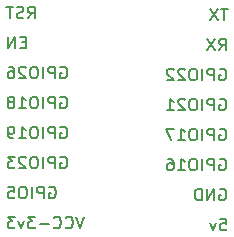
<source format=gbo>
%TF.GenerationSoftware,KiCad,Pcbnew,7.0.7*%
%TF.CreationDate,2023-10-31T08:07:36-06:00*%
%TF.ProjectId,RatGDO-OpenSource-D1Mini-ESP32,52617447-444f-42d4-9f70-656e536f7572,rev?*%
%TF.SameCoordinates,Original*%
%TF.FileFunction,Legend,Bot*%
%TF.FilePolarity,Positive*%
%FSLAX46Y46*%
G04 Gerber Fmt 4.6, Leading zero omitted, Abs format (unit mm)*
G04 Created by KiCad (PCBNEW 7.0.7) date 2023-10-31 08:07:36*
%MOMM*%
%LPD*%
G01*
G04 APERTURE LIST*
%ADD10C,0.150000*%
G04 APERTURE END LIST*
D10*
X149777123Y-75773032D02*
X149872361Y-75725413D01*
X149872361Y-75725413D02*
X150015218Y-75725413D01*
X150015218Y-75725413D02*
X150158075Y-75773032D01*
X150158075Y-75773032D02*
X150253313Y-75868270D01*
X150253313Y-75868270D02*
X150300932Y-75963508D01*
X150300932Y-75963508D02*
X150348551Y-76153984D01*
X150348551Y-76153984D02*
X150348551Y-76296841D01*
X150348551Y-76296841D02*
X150300932Y-76487317D01*
X150300932Y-76487317D02*
X150253313Y-76582555D01*
X150253313Y-76582555D02*
X150158075Y-76677794D01*
X150158075Y-76677794D02*
X150015218Y-76725413D01*
X150015218Y-76725413D02*
X149919980Y-76725413D01*
X149919980Y-76725413D02*
X149777123Y-76677794D01*
X149777123Y-76677794D02*
X149729504Y-76630174D01*
X149729504Y-76630174D02*
X149729504Y-76296841D01*
X149729504Y-76296841D02*
X149919980Y-76296841D01*
X149300932Y-76725413D02*
X149300932Y-75725413D01*
X149300932Y-75725413D02*
X148919980Y-75725413D01*
X148919980Y-75725413D02*
X148824742Y-75773032D01*
X148824742Y-75773032D02*
X148777123Y-75820651D01*
X148777123Y-75820651D02*
X148729504Y-75915889D01*
X148729504Y-75915889D02*
X148729504Y-76058746D01*
X148729504Y-76058746D02*
X148777123Y-76153984D01*
X148777123Y-76153984D02*
X148824742Y-76201603D01*
X148824742Y-76201603D02*
X148919980Y-76249222D01*
X148919980Y-76249222D02*
X149300932Y-76249222D01*
X148300932Y-76725413D02*
X148300932Y-75725413D01*
X147634266Y-75725413D02*
X147443790Y-75725413D01*
X147443790Y-75725413D02*
X147348552Y-75773032D01*
X147348552Y-75773032D02*
X147253314Y-75868270D01*
X147253314Y-75868270D02*
X147205695Y-76058746D01*
X147205695Y-76058746D02*
X147205695Y-76392079D01*
X147205695Y-76392079D02*
X147253314Y-76582555D01*
X147253314Y-76582555D02*
X147348552Y-76677794D01*
X147348552Y-76677794D02*
X147443790Y-76725413D01*
X147443790Y-76725413D02*
X147634266Y-76725413D01*
X147634266Y-76725413D02*
X147729504Y-76677794D01*
X147729504Y-76677794D02*
X147824742Y-76582555D01*
X147824742Y-76582555D02*
X147872361Y-76392079D01*
X147872361Y-76392079D02*
X147872361Y-76058746D01*
X147872361Y-76058746D02*
X147824742Y-75868270D01*
X147824742Y-75868270D02*
X147729504Y-75773032D01*
X147729504Y-75773032D02*
X147634266Y-75725413D01*
X146253314Y-76725413D02*
X146824742Y-76725413D01*
X146539028Y-76725413D02*
X146539028Y-75725413D01*
X146539028Y-75725413D02*
X146634266Y-75868270D01*
X146634266Y-75868270D02*
X146729504Y-75963508D01*
X146729504Y-75963508D02*
X146824742Y-76011127D01*
X145919980Y-75725413D02*
X145253314Y-75725413D01*
X145253314Y-75725413D02*
X145681885Y-76725413D01*
X133537507Y-66395116D02*
X133870840Y-65918925D01*
X134108935Y-66395116D02*
X134108935Y-65395116D01*
X134108935Y-65395116D02*
X133727983Y-65395116D01*
X133727983Y-65395116D02*
X133632745Y-65442735D01*
X133632745Y-65442735D02*
X133585126Y-65490354D01*
X133585126Y-65490354D02*
X133537507Y-65585592D01*
X133537507Y-65585592D02*
X133537507Y-65728449D01*
X133537507Y-65728449D02*
X133585126Y-65823687D01*
X133585126Y-65823687D02*
X133632745Y-65871306D01*
X133632745Y-65871306D02*
X133727983Y-65918925D01*
X133727983Y-65918925D02*
X134108935Y-65918925D01*
X133156554Y-66347497D02*
X133013697Y-66395116D01*
X133013697Y-66395116D02*
X132775602Y-66395116D01*
X132775602Y-66395116D02*
X132680364Y-66347497D01*
X132680364Y-66347497D02*
X132632745Y-66299877D01*
X132632745Y-66299877D02*
X132585126Y-66204639D01*
X132585126Y-66204639D02*
X132585126Y-66109401D01*
X132585126Y-66109401D02*
X132632745Y-66014163D01*
X132632745Y-66014163D02*
X132680364Y-65966544D01*
X132680364Y-65966544D02*
X132775602Y-65918925D01*
X132775602Y-65918925D02*
X132966078Y-65871306D01*
X132966078Y-65871306D02*
X133061316Y-65823687D01*
X133061316Y-65823687D02*
X133108935Y-65776068D01*
X133108935Y-65776068D02*
X133156554Y-65680830D01*
X133156554Y-65680830D02*
X133156554Y-65585592D01*
X133156554Y-65585592D02*
X133108935Y-65490354D01*
X133108935Y-65490354D02*
X133061316Y-65442735D01*
X133061316Y-65442735D02*
X132966078Y-65395116D01*
X132966078Y-65395116D02*
X132727983Y-65395116D01*
X132727983Y-65395116D02*
X132585126Y-65442735D01*
X132299411Y-65395116D02*
X131727983Y-65395116D01*
X132013697Y-66395116D02*
X132013697Y-65395116D01*
X149777123Y-70693032D02*
X149872361Y-70645413D01*
X149872361Y-70645413D02*
X150015218Y-70645413D01*
X150015218Y-70645413D02*
X150158075Y-70693032D01*
X150158075Y-70693032D02*
X150253313Y-70788270D01*
X150253313Y-70788270D02*
X150300932Y-70883508D01*
X150300932Y-70883508D02*
X150348551Y-71073984D01*
X150348551Y-71073984D02*
X150348551Y-71216841D01*
X150348551Y-71216841D02*
X150300932Y-71407317D01*
X150300932Y-71407317D02*
X150253313Y-71502555D01*
X150253313Y-71502555D02*
X150158075Y-71597794D01*
X150158075Y-71597794D02*
X150015218Y-71645413D01*
X150015218Y-71645413D02*
X149919980Y-71645413D01*
X149919980Y-71645413D02*
X149777123Y-71597794D01*
X149777123Y-71597794D02*
X149729504Y-71550174D01*
X149729504Y-71550174D02*
X149729504Y-71216841D01*
X149729504Y-71216841D02*
X149919980Y-71216841D01*
X149300932Y-71645413D02*
X149300932Y-70645413D01*
X149300932Y-70645413D02*
X148919980Y-70645413D01*
X148919980Y-70645413D02*
X148824742Y-70693032D01*
X148824742Y-70693032D02*
X148777123Y-70740651D01*
X148777123Y-70740651D02*
X148729504Y-70835889D01*
X148729504Y-70835889D02*
X148729504Y-70978746D01*
X148729504Y-70978746D02*
X148777123Y-71073984D01*
X148777123Y-71073984D02*
X148824742Y-71121603D01*
X148824742Y-71121603D02*
X148919980Y-71169222D01*
X148919980Y-71169222D02*
X149300932Y-71169222D01*
X148300932Y-71645413D02*
X148300932Y-70645413D01*
X147634266Y-70645413D02*
X147443790Y-70645413D01*
X147443790Y-70645413D02*
X147348552Y-70693032D01*
X147348552Y-70693032D02*
X147253314Y-70788270D01*
X147253314Y-70788270D02*
X147205695Y-70978746D01*
X147205695Y-70978746D02*
X147205695Y-71312079D01*
X147205695Y-71312079D02*
X147253314Y-71502555D01*
X147253314Y-71502555D02*
X147348552Y-71597794D01*
X147348552Y-71597794D02*
X147443790Y-71645413D01*
X147443790Y-71645413D02*
X147634266Y-71645413D01*
X147634266Y-71645413D02*
X147729504Y-71597794D01*
X147729504Y-71597794D02*
X147824742Y-71502555D01*
X147824742Y-71502555D02*
X147872361Y-71312079D01*
X147872361Y-71312079D02*
X147872361Y-70978746D01*
X147872361Y-70978746D02*
X147824742Y-70788270D01*
X147824742Y-70788270D02*
X147729504Y-70693032D01*
X147729504Y-70693032D02*
X147634266Y-70645413D01*
X146824742Y-70740651D02*
X146777123Y-70693032D01*
X146777123Y-70693032D02*
X146681885Y-70645413D01*
X146681885Y-70645413D02*
X146443790Y-70645413D01*
X146443790Y-70645413D02*
X146348552Y-70693032D01*
X146348552Y-70693032D02*
X146300933Y-70740651D01*
X146300933Y-70740651D02*
X146253314Y-70835889D01*
X146253314Y-70835889D02*
X146253314Y-70931127D01*
X146253314Y-70931127D02*
X146300933Y-71073984D01*
X146300933Y-71073984D02*
X146872361Y-71645413D01*
X146872361Y-71645413D02*
X146253314Y-71645413D01*
X145872361Y-70740651D02*
X145824742Y-70693032D01*
X145824742Y-70693032D02*
X145729504Y-70645413D01*
X145729504Y-70645413D02*
X145491409Y-70645413D01*
X145491409Y-70645413D02*
X145396171Y-70693032D01*
X145396171Y-70693032D02*
X145348552Y-70740651D01*
X145348552Y-70740651D02*
X145300933Y-70835889D01*
X145300933Y-70835889D02*
X145300933Y-70931127D01*
X145300933Y-70931127D02*
X145348552Y-71073984D01*
X145348552Y-71073984D02*
X145919980Y-71645413D01*
X145919980Y-71645413D02*
X145300933Y-71645413D01*
X149729504Y-69105413D02*
X150062837Y-68629222D01*
X150300932Y-69105413D02*
X150300932Y-68105413D01*
X150300932Y-68105413D02*
X149919980Y-68105413D01*
X149919980Y-68105413D02*
X149824742Y-68153032D01*
X149824742Y-68153032D02*
X149777123Y-68200651D01*
X149777123Y-68200651D02*
X149729504Y-68295889D01*
X149729504Y-68295889D02*
X149729504Y-68438746D01*
X149729504Y-68438746D02*
X149777123Y-68533984D01*
X149777123Y-68533984D02*
X149824742Y-68581603D01*
X149824742Y-68581603D02*
X149919980Y-68629222D01*
X149919980Y-68629222D02*
X150300932Y-68629222D01*
X149396170Y-68105413D02*
X148729504Y-69105413D01*
X148729504Y-68105413D02*
X149396170Y-69105413D01*
X149777123Y-78313032D02*
X149872361Y-78265413D01*
X149872361Y-78265413D02*
X150015218Y-78265413D01*
X150015218Y-78265413D02*
X150158075Y-78313032D01*
X150158075Y-78313032D02*
X150253313Y-78408270D01*
X150253313Y-78408270D02*
X150300932Y-78503508D01*
X150300932Y-78503508D02*
X150348551Y-78693984D01*
X150348551Y-78693984D02*
X150348551Y-78836841D01*
X150348551Y-78836841D02*
X150300932Y-79027317D01*
X150300932Y-79027317D02*
X150253313Y-79122555D01*
X150253313Y-79122555D02*
X150158075Y-79217794D01*
X150158075Y-79217794D02*
X150015218Y-79265413D01*
X150015218Y-79265413D02*
X149919980Y-79265413D01*
X149919980Y-79265413D02*
X149777123Y-79217794D01*
X149777123Y-79217794D02*
X149729504Y-79170174D01*
X149729504Y-79170174D02*
X149729504Y-78836841D01*
X149729504Y-78836841D02*
X149919980Y-78836841D01*
X149300932Y-79265413D02*
X149300932Y-78265413D01*
X149300932Y-78265413D02*
X148919980Y-78265413D01*
X148919980Y-78265413D02*
X148824742Y-78313032D01*
X148824742Y-78313032D02*
X148777123Y-78360651D01*
X148777123Y-78360651D02*
X148729504Y-78455889D01*
X148729504Y-78455889D02*
X148729504Y-78598746D01*
X148729504Y-78598746D02*
X148777123Y-78693984D01*
X148777123Y-78693984D02*
X148824742Y-78741603D01*
X148824742Y-78741603D02*
X148919980Y-78789222D01*
X148919980Y-78789222D02*
X149300932Y-78789222D01*
X148300932Y-79265413D02*
X148300932Y-78265413D01*
X147634266Y-78265413D02*
X147443790Y-78265413D01*
X147443790Y-78265413D02*
X147348552Y-78313032D01*
X147348552Y-78313032D02*
X147253314Y-78408270D01*
X147253314Y-78408270D02*
X147205695Y-78598746D01*
X147205695Y-78598746D02*
X147205695Y-78932079D01*
X147205695Y-78932079D02*
X147253314Y-79122555D01*
X147253314Y-79122555D02*
X147348552Y-79217794D01*
X147348552Y-79217794D02*
X147443790Y-79265413D01*
X147443790Y-79265413D02*
X147634266Y-79265413D01*
X147634266Y-79265413D02*
X147729504Y-79217794D01*
X147729504Y-79217794D02*
X147824742Y-79122555D01*
X147824742Y-79122555D02*
X147872361Y-78932079D01*
X147872361Y-78932079D02*
X147872361Y-78598746D01*
X147872361Y-78598746D02*
X147824742Y-78408270D01*
X147824742Y-78408270D02*
X147729504Y-78313032D01*
X147729504Y-78313032D02*
X147634266Y-78265413D01*
X146253314Y-79265413D02*
X146824742Y-79265413D01*
X146539028Y-79265413D02*
X146539028Y-78265413D01*
X146539028Y-78265413D02*
X146634266Y-78408270D01*
X146634266Y-78408270D02*
X146729504Y-78503508D01*
X146729504Y-78503508D02*
X146824742Y-78551127D01*
X145396171Y-78265413D02*
X145586647Y-78265413D01*
X145586647Y-78265413D02*
X145681885Y-78313032D01*
X145681885Y-78313032D02*
X145729504Y-78360651D01*
X145729504Y-78360651D02*
X145824742Y-78503508D01*
X145824742Y-78503508D02*
X145872361Y-78693984D01*
X145872361Y-78693984D02*
X145872361Y-79074936D01*
X145872361Y-79074936D02*
X145824742Y-79170174D01*
X145824742Y-79170174D02*
X145777123Y-79217794D01*
X145777123Y-79217794D02*
X145681885Y-79265413D01*
X145681885Y-79265413D02*
X145491409Y-79265413D01*
X145491409Y-79265413D02*
X145396171Y-79217794D01*
X145396171Y-79217794D02*
X145348552Y-79170174D01*
X145348552Y-79170174D02*
X145300933Y-79074936D01*
X145300933Y-79074936D02*
X145300933Y-78836841D01*
X145300933Y-78836841D02*
X145348552Y-78741603D01*
X145348552Y-78741603D02*
X145396171Y-78693984D01*
X145396171Y-78693984D02*
X145491409Y-78646365D01*
X145491409Y-78646365D02*
X145681885Y-78646365D01*
X145681885Y-78646365D02*
X145777123Y-78693984D01*
X145777123Y-78693984D02*
X145824742Y-78741603D01*
X145824742Y-78741603D02*
X145872361Y-78836841D01*
X136299411Y-78142735D02*
X136394649Y-78095116D01*
X136394649Y-78095116D02*
X136537506Y-78095116D01*
X136537506Y-78095116D02*
X136680363Y-78142735D01*
X136680363Y-78142735D02*
X136775601Y-78237973D01*
X136775601Y-78237973D02*
X136823220Y-78333211D01*
X136823220Y-78333211D02*
X136870839Y-78523687D01*
X136870839Y-78523687D02*
X136870839Y-78666544D01*
X136870839Y-78666544D02*
X136823220Y-78857020D01*
X136823220Y-78857020D02*
X136775601Y-78952258D01*
X136775601Y-78952258D02*
X136680363Y-79047497D01*
X136680363Y-79047497D02*
X136537506Y-79095116D01*
X136537506Y-79095116D02*
X136442268Y-79095116D01*
X136442268Y-79095116D02*
X136299411Y-79047497D01*
X136299411Y-79047497D02*
X136251792Y-78999877D01*
X136251792Y-78999877D02*
X136251792Y-78666544D01*
X136251792Y-78666544D02*
X136442268Y-78666544D01*
X135823220Y-79095116D02*
X135823220Y-78095116D01*
X135823220Y-78095116D02*
X135442268Y-78095116D01*
X135442268Y-78095116D02*
X135347030Y-78142735D01*
X135347030Y-78142735D02*
X135299411Y-78190354D01*
X135299411Y-78190354D02*
X135251792Y-78285592D01*
X135251792Y-78285592D02*
X135251792Y-78428449D01*
X135251792Y-78428449D02*
X135299411Y-78523687D01*
X135299411Y-78523687D02*
X135347030Y-78571306D01*
X135347030Y-78571306D02*
X135442268Y-78618925D01*
X135442268Y-78618925D02*
X135823220Y-78618925D01*
X134823220Y-79095116D02*
X134823220Y-78095116D01*
X134156554Y-78095116D02*
X133966078Y-78095116D01*
X133966078Y-78095116D02*
X133870840Y-78142735D01*
X133870840Y-78142735D02*
X133775602Y-78237973D01*
X133775602Y-78237973D02*
X133727983Y-78428449D01*
X133727983Y-78428449D02*
X133727983Y-78761782D01*
X133727983Y-78761782D02*
X133775602Y-78952258D01*
X133775602Y-78952258D02*
X133870840Y-79047497D01*
X133870840Y-79047497D02*
X133966078Y-79095116D01*
X133966078Y-79095116D02*
X134156554Y-79095116D01*
X134156554Y-79095116D02*
X134251792Y-79047497D01*
X134251792Y-79047497D02*
X134347030Y-78952258D01*
X134347030Y-78952258D02*
X134394649Y-78761782D01*
X134394649Y-78761782D02*
X134394649Y-78428449D01*
X134394649Y-78428449D02*
X134347030Y-78237973D01*
X134347030Y-78237973D02*
X134251792Y-78142735D01*
X134251792Y-78142735D02*
X134156554Y-78095116D01*
X133347030Y-78190354D02*
X133299411Y-78142735D01*
X133299411Y-78142735D02*
X133204173Y-78095116D01*
X133204173Y-78095116D02*
X132966078Y-78095116D01*
X132966078Y-78095116D02*
X132870840Y-78142735D01*
X132870840Y-78142735D02*
X132823221Y-78190354D01*
X132823221Y-78190354D02*
X132775602Y-78285592D01*
X132775602Y-78285592D02*
X132775602Y-78380830D01*
X132775602Y-78380830D02*
X132823221Y-78523687D01*
X132823221Y-78523687D02*
X133394649Y-79095116D01*
X133394649Y-79095116D02*
X132775602Y-79095116D01*
X132442268Y-78095116D02*
X131823221Y-78095116D01*
X131823221Y-78095116D02*
X132156554Y-78476068D01*
X132156554Y-78476068D02*
X132013697Y-78476068D01*
X132013697Y-78476068D02*
X131918459Y-78523687D01*
X131918459Y-78523687D02*
X131870840Y-78571306D01*
X131870840Y-78571306D02*
X131823221Y-78666544D01*
X131823221Y-78666544D02*
X131823221Y-78904639D01*
X131823221Y-78904639D02*
X131870840Y-78999877D01*
X131870840Y-78999877D02*
X131918459Y-79047497D01*
X131918459Y-79047497D02*
X132013697Y-79095116D01*
X132013697Y-79095116D02*
X132299411Y-79095116D01*
X132299411Y-79095116D02*
X132394649Y-79047497D01*
X132394649Y-79047497D02*
X132442268Y-78999877D01*
X149824742Y-83345413D02*
X150300932Y-83345413D01*
X150300932Y-83345413D02*
X150348551Y-83821603D01*
X150348551Y-83821603D02*
X150300932Y-83773984D01*
X150300932Y-83773984D02*
X150205694Y-83726365D01*
X150205694Y-83726365D02*
X149967599Y-83726365D01*
X149967599Y-83726365D02*
X149872361Y-83773984D01*
X149872361Y-83773984D02*
X149824742Y-83821603D01*
X149824742Y-83821603D02*
X149777123Y-83916841D01*
X149777123Y-83916841D02*
X149777123Y-84154936D01*
X149777123Y-84154936D02*
X149824742Y-84250174D01*
X149824742Y-84250174D02*
X149872361Y-84297794D01*
X149872361Y-84297794D02*
X149967599Y-84345413D01*
X149967599Y-84345413D02*
X150205694Y-84345413D01*
X150205694Y-84345413D02*
X150300932Y-84297794D01*
X150300932Y-84297794D02*
X150348551Y-84250174D01*
X149443789Y-83678746D02*
X149205694Y-84345413D01*
X149205694Y-84345413D02*
X148967599Y-83678746D01*
X135347030Y-80682735D02*
X135442268Y-80635116D01*
X135442268Y-80635116D02*
X135585125Y-80635116D01*
X135585125Y-80635116D02*
X135727982Y-80682735D01*
X135727982Y-80682735D02*
X135823220Y-80777973D01*
X135823220Y-80777973D02*
X135870839Y-80873211D01*
X135870839Y-80873211D02*
X135918458Y-81063687D01*
X135918458Y-81063687D02*
X135918458Y-81206544D01*
X135918458Y-81206544D02*
X135870839Y-81397020D01*
X135870839Y-81397020D02*
X135823220Y-81492258D01*
X135823220Y-81492258D02*
X135727982Y-81587497D01*
X135727982Y-81587497D02*
X135585125Y-81635116D01*
X135585125Y-81635116D02*
X135489887Y-81635116D01*
X135489887Y-81635116D02*
X135347030Y-81587497D01*
X135347030Y-81587497D02*
X135299411Y-81539877D01*
X135299411Y-81539877D02*
X135299411Y-81206544D01*
X135299411Y-81206544D02*
X135489887Y-81206544D01*
X134870839Y-81635116D02*
X134870839Y-80635116D01*
X134870839Y-80635116D02*
X134489887Y-80635116D01*
X134489887Y-80635116D02*
X134394649Y-80682735D01*
X134394649Y-80682735D02*
X134347030Y-80730354D01*
X134347030Y-80730354D02*
X134299411Y-80825592D01*
X134299411Y-80825592D02*
X134299411Y-80968449D01*
X134299411Y-80968449D02*
X134347030Y-81063687D01*
X134347030Y-81063687D02*
X134394649Y-81111306D01*
X134394649Y-81111306D02*
X134489887Y-81158925D01*
X134489887Y-81158925D02*
X134870839Y-81158925D01*
X133870839Y-81635116D02*
X133870839Y-80635116D01*
X133204173Y-80635116D02*
X133013697Y-80635116D01*
X133013697Y-80635116D02*
X132918459Y-80682735D01*
X132918459Y-80682735D02*
X132823221Y-80777973D01*
X132823221Y-80777973D02*
X132775602Y-80968449D01*
X132775602Y-80968449D02*
X132775602Y-81301782D01*
X132775602Y-81301782D02*
X132823221Y-81492258D01*
X132823221Y-81492258D02*
X132918459Y-81587497D01*
X132918459Y-81587497D02*
X133013697Y-81635116D01*
X133013697Y-81635116D02*
X133204173Y-81635116D01*
X133204173Y-81635116D02*
X133299411Y-81587497D01*
X133299411Y-81587497D02*
X133394649Y-81492258D01*
X133394649Y-81492258D02*
X133442268Y-81301782D01*
X133442268Y-81301782D02*
X133442268Y-80968449D01*
X133442268Y-80968449D02*
X133394649Y-80777973D01*
X133394649Y-80777973D02*
X133299411Y-80682735D01*
X133299411Y-80682735D02*
X133204173Y-80635116D01*
X131870840Y-80635116D02*
X132347030Y-80635116D01*
X132347030Y-80635116D02*
X132394649Y-81111306D01*
X132394649Y-81111306D02*
X132347030Y-81063687D01*
X132347030Y-81063687D02*
X132251792Y-81016068D01*
X132251792Y-81016068D02*
X132013697Y-81016068D01*
X132013697Y-81016068D02*
X131918459Y-81063687D01*
X131918459Y-81063687D02*
X131870840Y-81111306D01*
X131870840Y-81111306D02*
X131823221Y-81206544D01*
X131823221Y-81206544D02*
X131823221Y-81444639D01*
X131823221Y-81444639D02*
X131870840Y-81539877D01*
X131870840Y-81539877D02*
X131918459Y-81587497D01*
X131918459Y-81587497D02*
X132013697Y-81635116D01*
X132013697Y-81635116D02*
X132251792Y-81635116D01*
X132251792Y-81635116D02*
X132347030Y-81587497D01*
X132347030Y-81587497D02*
X132394649Y-81539877D01*
X133347030Y-68411306D02*
X133013697Y-68411306D01*
X132870840Y-68935116D02*
X133347030Y-68935116D01*
X133347030Y-68935116D02*
X133347030Y-67935116D01*
X133347030Y-67935116D02*
X132870840Y-67935116D01*
X132442268Y-68935116D02*
X132442268Y-67935116D01*
X132442268Y-67935116D02*
X131870840Y-68935116D01*
X131870840Y-68935116D02*
X131870840Y-67935116D01*
X136299411Y-75602735D02*
X136394649Y-75555116D01*
X136394649Y-75555116D02*
X136537506Y-75555116D01*
X136537506Y-75555116D02*
X136680363Y-75602735D01*
X136680363Y-75602735D02*
X136775601Y-75697973D01*
X136775601Y-75697973D02*
X136823220Y-75793211D01*
X136823220Y-75793211D02*
X136870839Y-75983687D01*
X136870839Y-75983687D02*
X136870839Y-76126544D01*
X136870839Y-76126544D02*
X136823220Y-76317020D01*
X136823220Y-76317020D02*
X136775601Y-76412258D01*
X136775601Y-76412258D02*
X136680363Y-76507497D01*
X136680363Y-76507497D02*
X136537506Y-76555116D01*
X136537506Y-76555116D02*
X136442268Y-76555116D01*
X136442268Y-76555116D02*
X136299411Y-76507497D01*
X136299411Y-76507497D02*
X136251792Y-76459877D01*
X136251792Y-76459877D02*
X136251792Y-76126544D01*
X136251792Y-76126544D02*
X136442268Y-76126544D01*
X135823220Y-76555116D02*
X135823220Y-75555116D01*
X135823220Y-75555116D02*
X135442268Y-75555116D01*
X135442268Y-75555116D02*
X135347030Y-75602735D01*
X135347030Y-75602735D02*
X135299411Y-75650354D01*
X135299411Y-75650354D02*
X135251792Y-75745592D01*
X135251792Y-75745592D02*
X135251792Y-75888449D01*
X135251792Y-75888449D02*
X135299411Y-75983687D01*
X135299411Y-75983687D02*
X135347030Y-76031306D01*
X135347030Y-76031306D02*
X135442268Y-76078925D01*
X135442268Y-76078925D02*
X135823220Y-76078925D01*
X134823220Y-76555116D02*
X134823220Y-75555116D01*
X134156554Y-75555116D02*
X133966078Y-75555116D01*
X133966078Y-75555116D02*
X133870840Y-75602735D01*
X133870840Y-75602735D02*
X133775602Y-75697973D01*
X133775602Y-75697973D02*
X133727983Y-75888449D01*
X133727983Y-75888449D02*
X133727983Y-76221782D01*
X133727983Y-76221782D02*
X133775602Y-76412258D01*
X133775602Y-76412258D02*
X133870840Y-76507497D01*
X133870840Y-76507497D02*
X133966078Y-76555116D01*
X133966078Y-76555116D02*
X134156554Y-76555116D01*
X134156554Y-76555116D02*
X134251792Y-76507497D01*
X134251792Y-76507497D02*
X134347030Y-76412258D01*
X134347030Y-76412258D02*
X134394649Y-76221782D01*
X134394649Y-76221782D02*
X134394649Y-75888449D01*
X134394649Y-75888449D02*
X134347030Y-75697973D01*
X134347030Y-75697973D02*
X134251792Y-75602735D01*
X134251792Y-75602735D02*
X134156554Y-75555116D01*
X132775602Y-76555116D02*
X133347030Y-76555116D01*
X133061316Y-76555116D02*
X133061316Y-75555116D01*
X133061316Y-75555116D02*
X133156554Y-75697973D01*
X133156554Y-75697973D02*
X133251792Y-75793211D01*
X133251792Y-75793211D02*
X133347030Y-75840830D01*
X132299411Y-76555116D02*
X132108935Y-76555116D01*
X132108935Y-76555116D02*
X132013697Y-76507497D01*
X132013697Y-76507497D02*
X131966078Y-76459877D01*
X131966078Y-76459877D02*
X131870840Y-76317020D01*
X131870840Y-76317020D02*
X131823221Y-76126544D01*
X131823221Y-76126544D02*
X131823221Y-75745592D01*
X131823221Y-75745592D02*
X131870840Y-75650354D01*
X131870840Y-75650354D02*
X131918459Y-75602735D01*
X131918459Y-75602735D02*
X132013697Y-75555116D01*
X132013697Y-75555116D02*
X132204173Y-75555116D01*
X132204173Y-75555116D02*
X132299411Y-75602735D01*
X132299411Y-75602735D02*
X132347030Y-75650354D01*
X132347030Y-75650354D02*
X132394649Y-75745592D01*
X132394649Y-75745592D02*
X132394649Y-75983687D01*
X132394649Y-75983687D02*
X132347030Y-76078925D01*
X132347030Y-76078925D02*
X132299411Y-76126544D01*
X132299411Y-76126544D02*
X132204173Y-76174163D01*
X132204173Y-76174163D02*
X132013697Y-76174163D01*
X132013697Y-76174163D02*
X131918459Y-76126544D01*
X131918459Y-76126544D02*
X131870840Y-76078925D01*
X131870840Y-76078925D02*
X131823221Y-75983687D01*
X150443789Y-65565413D02*
X149872361Y-65565413D01*
X150158075Y-66565413D02*
X150158075Y-65565413D01*
X149634265Y-65565413D02*
X148967599Y-66565413D01*
X148967599Y-65565413D02*
X149634265Y-66565413D01*
X138299411Y-83175116D02*
X137966078Y-84175116D01*
X137966078Y-84175116D02*
X137632745Y-83175116D01*
X136727983Y-84079877D02*
X136775602Y-84127497D01*
X136775602Y-84127497D02*
X136918459Y-84175116D01*
X136918459Y-84175116D02*
X137013697Y-84175116D01*
X137013697Y-84175116D02*
X137156554Y-84127497D01*
X137156554Y-84127497D02*
X137251792Y-84032258D01*
X137251792Y-84032258D02*
X137299411Y-83937020D01*
X137299411Y-83937020D02*
X137347030Y-83746544D01*
X137347030Y-83746544D02*
X137347030Y-83603687D01*
X137347030Y-83603687D02*
X137299411Y-83413211D01*
X137299411Y-83413211D02*
X137251792Y-83317973D01*
X137251792Y-83317973D02*
X137156554Y-83222735D01*
X137156554Y-83222735D02*
X137013697Y-83175116D01*
X137013697Y-83175116D02*
X136918459Y-83175116D01*
X136918459Y-83175116D02*
X136775602Y-83222735D01*
X136775602Y-83222735D02*
X136727983Y-83270354D01*
X135727983Y-84079877D02*
X135775602Y-84127497D01*
X135775602Y-84127497D02*
X135918459Y-84175116D01*
X135918459Y-84175116D02*
X136013697Y-84175116D01*
X136013697Y-84175116D02*
X136156554Y-84127497D01*
X136156554Y-84127497D02*
X136251792Y-84032258D01*
X136251792Y-84032258D02*
X136299411Y-83937020D01*
X136299411Y-83937020D02*
X136347030Y-83746544D01*
X136347030Y-83746544D02*
X136347030Y-83603687D01*
X136347030Y-83603687D02*
X136299411Y-83413211D01*
X136299411Y-83413211D02*
X136251792Y-83317973D01*
X136251792Y-83317973D02*
X136156554Y-83222735D01*
X136156554Y-83222735D02*
X136013697Y-83175116D01*
X136013697Y-83175116D02*
X135918459Y-83175116D01*
X135918459Y-83175116D02*
X135775602Y-83222735D01*
X135775602Y-83222735D02*
X135727983Y-83270354D01*
X135299411Y-83794163D02*
X134537507Y-83794163D01*
X134156554Y-83175116D02*
X133537507Y-83175116D01*
X133537507Y-83175116D02*
X133870840Y-83556068D01*
X133870840Y-83556068D02*
X133727983Y-83556068D01*
X133727983Y-83556068D02*
X133632745Y-83603687D01*
X133632745Y-83603687D02*
X133585126Y-83651306D01*
X133585126Y-83651306D02*
X133537507Y-83746544D01*
X133537507Y-83746544D02*
X133537507Y-83984639D01*
X133537507Y-83984639D02*
X133585126Y-84079877D01*
X133585126Y-84079877D02*
X133632745Y-84127497D01*
X133632745Y-84127497D02*
X133727983Y-84175116D01*
X133727983Y-84175116D02*
X134013697Y-84175116D01*
X134013697Y-84175116D02*
X134108935Y-84127497D01*
X134108935Y-84127497D02*
X134156554Y-84079877D01*
X133204173Y-83508449D02*
X132966078Y-84175116D01*
X132966078Y-84175116D02*
X132727983Y-83508449D01*
X132442268Y-83175116D02*
X131823221Y-83175116D01*
X131823221Y-83175116D02*
X132156554Y-83556068D01*
X132156554Y-83556068D02*
X132013697Y-83556068D01*
X132013697Y-83556068D02*
X131918459Y-83603687D01*
X131918459Y-83603687D02*
X131870840Y-83651306D01*
X131870840Y-83651306D02*
X131823221Y-83746544D01*
X131823221Y-83746544D02*
X131823221Y-83984639D01*
X131823221Y-83984639D02*
X131870840Y-84079877D01*
X131870840Y-84079877D02*
X131918459Y-84127497D01*
X131918459Y-84127497D02*
X132013697Y-84175116D01*
X132013697Y-84175116D02*
X132299411Y-84175116D01*
X132299411Y-84175116D02*
X132394649Y-84127497D01*
X132394649Y-84127497D02*
X132442268Y-84079877D01*
X149777123Y-80853032D02*
X149872361Y-80805413D01*
X149872361Y-80805413D02*
X150015218Y-80805413D01*
X150015218Y-80805413D02*
X150158075Y-80853032D01*
X150158075Y-80853032D02*
X150253313Y-80948270D01*
X150253313Y-80948270D02*
X150300932Y-81043508D01*
X150300932Y-81043508D02*
X150348551Y-81233984D01*
X150348551Y-81233984D02*
X150348551Y-81376841D01*
X150348551Y-81376841D02*
X150300932Y-81567317D01*
X150300932Y-81567317D02*
X150253313Y-81662555D01*
X150253313Y-81662555D02*
X150158075Y-81757794D01*
X150158075Y-81757794D02*
X150015218Y-81805413D01*
X150015218Y-81805413D02*
X149919980Y-81805413D01*
X149919980Y-81805413D02*
X149777123Y-81757794D01*
X149777123Y-81757794D02*
X149729504Y-81710174D01*
X149729504Y-81710174D02*
X149729504Y-81376841D01*
X149729504Y-81376841D02*
X149919980Y-81376841D01*
X149300932Y-81805413D02*
X149300932Y-80805413D01*
X149300932Y-80805413D02*
X148729504Y-81805413D01*
X148729504Y-81805413D02*
X148729504Y-80805413D01*
X148253313Y-81805413D02*
X148253313Y-80805413D01*
X148253313Y-80805413D02*
X148015218Y-80805413D01*
X148015218Y-80805413D02*
X147872361Y-80853032D01*
X147872361Y-80853032D02*
X147777123Y-80948270D01*
X147777123Y-80948270D02*
X147729504Y-81043508D01*
X147729504Y-81043508D02*
X147681885Y-81233984D01*
X147681885Y-81233984D02*
X147681885Y-81376841D01*
X147681885Y-81376841D02*
X147729504Y-81567317D01*
X147729504Y-81567317D02*
X147777123Y-81662555D01*
X147777123Y-81662555D02*
X147872361Y-81757794D01*
X147872361Y-81757794D02*
X148015218Y-81805413D01*
X148015218Y-81805413D02*
X148253313Y-81805413D01*
X136299411Y-73062735D02*
X136394649Y-73015116D01*
X136394649Y-73015116D02*
X136537506Y-73015116D01*
X136537506Y-73015116D02*
X136680363Y-73062735D01*
X136680363Y-73062735D02*
X136775601Y-73157973D01*
X136775601Y-73157973D02*
X136823220Y-73253211D01*
X136823220Y-73253211D02*
X136870839Y-73443687D01*
X136870839Y-73443687D02*
X136870839Y-73586544D01*
X136870839Y-73586544D02*
X136823220Y-73777020D01*
X136823220Y-73777020D02*
X136775601Y-73872258D01*
X136775601Y-73872258D02*
X136680363Y-73967497D01*
X136680363Y-73967497D02*
X136537506Y-74015116D01*
X136537506Y-74015116D02*
X136442268Y-74015116D01*
X136442268Y-74015116D02*
X136299411Y-73967497D01*
X136299411Y-73967497D02*
X136251792Y-73919877D01*
X136251792Y-73919877D02*
X136251792Y-73586544D01*
X136251792Y-73586544D02*
X136442268Y-73586544D01*
X135823220Y-74015116D02*
X135823220Y-73015116D01*
X135823220Y-73015116D02*
X135442268Y-73015116D01*
X135442268Y-73015116D02*
X135347030Y-73062735D01*
X135347030Y-73062735D02*
X135299411Y-73110354D01*
X135299411Y-73110354D02*
X135251792Y-73205592D01*
X135251792Y-73205592D02*
X135251792Y-73348449D01*
X135251792Y-73348449D02*
X135299411Y-73443687D01*
X135299411Y-73443687D02*
X135347030Y-73491306D01*
X135347030Y-73491306D02*
X135442268Y-73538925D01*
X135442268Y-73538925D02*
X135823220Y-73538925D01*
X134823220Y-74015116D02*
X134823220Y-73015116D01*
X134156554Y-73015116D02*
X133966078Y-73015116D01*
X133966078Y-73015116D02*
X133870840Y-73062735D01*
X133870840Y-73062735D02*
X133775602Y-73157973D01*
X133775602Y-73157973D02*
X133727983Y-73348449D01*
X133727983Y-73348449D02*
X133727983Y-73681782D01*
X133727983Y-73681782D02*
X133775602Y-73872258D01*
X133775602Y-73872258D02*
X133870840Y-73967497D01*
X133870840Y-73967497D02*
X133966078Y-74015116D01*
X133966078Y-74015116D02*
X134156554Y-74015116D01*
X134156554Y-74015116D02*
X134251792Y-73967497D01*
X134251792Y-73967497D02*
X134347030Y-73872258D01*
X134347030Y-73872258D02*
X134394649Y-73681782D01*
X134394649Y-73681782D02*
X134394649Y-73348449D01*
X134394649Y-73348449D02*
X134347030Y-73157973D01*
X134347030Y-73157973D02*
X134251792Y-73062735D01*
X134251792Y-73062735D02*
X134156554Y-73015116D01*
X132775602Y-74015116D02*
X133347030Y-74015116D01*
X133061316Y-74015116D02*
X133061316Y-73015116D01*
X133061316Y-73015116D02*
X133156554Y-73157973D01*
X133156554Y-73157973D02*
X133251792Y-73253211D01*
X133251792Y-73253211D02*
X133347030Y-73300830D01*
X132204173Y-73443687D02*
X132299411Y-73396068D01*
X132299411Y-73396068D02*
X132347030Y-73348449D01*
X132347030Y-73348449D02*
X132394649Y-73253211D01*
X132394649Y-73253211D02*
X132394649Y-73205592D01*
X132394649Y-73205592D02*
X132347030Y-73110354D01*
X132347030Y-73110354D02*
X132299411Y-73062735D01*
X132299411Y-73062735D02*
X132204173Y-73015116D01*
X132204173Y-73015116D02*
X132013697Y-73015116D01*
X132013697Y-73015116D02*
X131918459Y-73062735D01*
X131918459Y-73062735D02*
X131870840Y-73110354D01*
X131870840Y-73110354D02*
X131823221Y-73205592D01*
X131823221Y-73205592D02*
X131823221Y-73253211D01*
X131823221Y-73253211D02*
X131870840Y-73348449D01*
X131870840Y-73348449D02*
X131918459Y-73396068D01*
X131918459Y-73396068D02*
X132013697Y-73443687D01*
X132013697Y-73443687D02*
X132204173Y-73443687D01*
X132204173Y-73443687D02*
X132299411Y-73491306D01*
X132299411Y-73491306D02*
X132347030Y-73538925D01*
X132347030Y-73538925D02*
X132394649Y-73634163D01*
X132394649Y-73634163D02*
X132394649Y-73824639D01*
X132394649Y-73824639D02*
X132347030Y-73919877D01*
X132347030Y-73919877D02*
X132299411Y-73967497D01*
X132299411Y-73967497D02*
X132204173Y-74015116D01*
X132204173Y-74015116D02*
X132013697Y-74015116D01*
X132013697Y-74015116D02*
X131918459Y-73967497D01*
X131918459Y-73967497D02*
X131870840Y-73919877D01*
X131870840Y-73919877D02*
X131823221Y-73824639D01*
X131823221Y-73824639D02*
X131823221Y-73634163D01*
X131823221Y-73634163D02*
X131870840Y-73538925D01*
X131870840Y-73538925D02*
X131918459Y-73491306D01*
X131918459Y-73491306D02*
X132013697Y-73443687D01*
X136299411Y-70522735D02*
X136394649Y-70475116D01*
X136394649Y-70475116D02*
X136537506Y-70475116D01*
X136537506Y-70475116D02*
X136680363Y-70522735D01*
X136680363Y-70522735D02*
X136775601Y-70617973D01*
X136775601Y-70617973D02*
X136823220Y-70713211D01*
X136823220Y-70713211D02*
X136870839Y-70903687D01*
X136870839Y-70903687D02*
X136870839Y-71046544D01*
X136870839Y-71046544D02*
X136823220Y-71237020D01*
X136823220Y-71237020D02*
X136775601Y-71332258D01*
X136775601Y-71332258D02*
X136680363Y-71427497D01*
X136680363Y-71427497D02*
X136537506Y-71475116D01*
X136537506Y-71475116D02*
X136442268Y-71475116D01*
X136442268Y-71475116D02*
X136299411Y-71427497D01*
X136299411Y-71427497D02*
X136251792Y-71379877D01*
X136251792Y-71379877D02*
X136251792Y-71046544D01*
X136251792Y-71046544D02*
X136442268Y-71046544D01*
X135823220Y-71475116D02*
X135823220Y-70475116D01*
X135823220Y-70475116D02*
X135442268Y-70475116D01*
X135442268Y-70475116D02*
X135347030Y-70522735D01*
X135347030Y-70522735D02*
X135299411Y-70570354D01*
X135299411Y-70570354D02*
X135251792Y-70665592D01*
X135251792Y-70665592D02*
X135251792Y-70808449D01*
X135251792Y-70808449D02*
X135299411Y-70903687D01*
X135299411Y-70903687D02*
X135347030Y-70951306D01*
X135347030Y-70951306D02*
X135442268Y-70998925D01*
X135442268Y-70998925D02*
X135823220Y-70998925D01*
X134823220Y-71475116D02*
X134823220Y-70475116D01*
X134156554Y-70475116D02*
X133966078Y-70475116D01*
X133966078Y-70475116D02*
X133870840Y-70522735D01*
X133870840Y-70522735D02*
X133775602Y-70617973D01*
X133775602Y-70617973D02*
X133727983Y-70808449D01*
X133727983Y-70808449D02*
X133727983Y-71141782D01*
X133727983Y-71141782D02*
X133775602Y-71332258D01*
X133775602Y-71332258D02*
X133870840Y-71427497D01*
X133870840Y-71427497D02*
X133966078Y-71475116D01*
X133966078Y-71475116D02*
X134156554Y-71475116D01*
X134156554Y-71475116D02*
X134251792Y-71427497D01*
X134251792Y-71427497D02*
X134347030Y-71332258D01*
X134347030Y-71332258D02*
X134394649Y-71141782D01*
X134394649Y-71141782D02*
X134394649Y-70808449D01*
X134394649Y-70808449D02*
X134347030Y-70617973D01*
X134347030Y-70617973D02*
X134251792Y-70522735D01*
X134251792Y-70522735D02*
X134156554Y-70475116D01*
X133347030Y-70570354D02*
X133299411Y-70522735D01*
X133299411Y-70522735D02*
X133204173Y-70475116D01*
X133204173Y-70475116D02*
X132966078Y-70475116D01*
X132966078Y-70475116D02*
X132870840Y-70522735D01*
X132870840Y-70522735D02*
X132823221Y-70570354D01*
X132823221Y-70570354D02*
X132775602Y-70665592D01*
X132775602Y-70665592D02*
X132775602Y-70760830D01*
X132775602Y-70760830D02*
X132823221Y-70903687D01*
X132823221Y-70903687D02*
X133394649Y-71475116D01*
X133394649Y-71475116D02*
X132775602Y-71475116D01*
X131918459Y-70475116D02*
X132108935Y-70475116D01*
X132108935Y-70475116D02*
X132204173Y-70522735D01*
X132204173Y-70522735D02*
X132251792Y-70570354D01*
X132251792Y-70570354D02*
X132347030Y-70713211D01*
X132347030Y-70713211D02*
X132394649Y-70903687D01*
X132394649Y-70903687D02*
X132394649Y-71284639D01*
X132394649Y-71284639D02*
X132347030Y-71379877D01*
X132347030Y-71379877D02*
X132299411Y-71427497D01*
X132299411Y-71427497D02*
X132204173Y-71475116D01*
X132204173Y-71475116D02*
X132013697Y-71475116D01*
X132013697Y-71475116D02*
X131918459Y-71427497D01*
X131918459Y-71427497D02*
X131870840Y-71379877D01*
X131870840Y-71379877D02*
X131823221Y-71284639D01*
X131823221Y-71284639D02*
X131823221Y-71046544D01*
X131823221Y-71046544D02*
X131870840Y-70951306D01*
X131870840Y-70951306D02*
X131918459Y-70903687D01*
X131918459Y-70903687D02*
X132013697Y-70856068D01*
X132013697Y-70856068D02*
X132204173Y-70856068D01*
X132204173Y-70856068D02*
X132299411Y-70903687D01*
X132299411Y-70903687D02*
X132347030Y-70951306D01*
X132347030Y-70951306D02*
X132394649Y-71046544D01*
X149777123Y-73233032D02*
X149872361Y-73185413D01*
X149872361Y-73185413D02*
X150015218Y-73185413D01*
X150015218Y-73185413D02*
X150158075Y-73233032D01*
X150158075Y-73233032D02*
X150253313Y-73328270D01*
X150253313Y-73328270D02*
X150300932Y-73423508D01*
X150300932Y-73423508D02*
X150348551Y-73613984D01*
X150348551Y-73613984D02*
X150348551Y-73756841D01*
X150348551Y-73756841D02*
X150300932Y-73947317D01*
X150300932Y-73947317D02*
X150253313Y-74042555D01*
X150253313Y-74042555D02*
X150158075Y-74137794D01*
X150158075Y-74137794D02*
X150015218Y-74185413D01*
X150015218Y-74185413D02*
X149919980Y-74185413D01*
X149919980Y-74185413D02*
X149777123Y-74137794D01*
X149777123Y-74137794D02*
X149729504Y-74090174D01*
X149729504Y-74090174D02*
X149729504Y-73756841D01*
X149729504Y-73756841D02*
X149919980Y-73756841D01*
X149300932Y-74185413D02*
X149300932Y-73185413D01*
X149300932Y-73185413D02*
X148919980Y-73185413D01*
X148919980Y-73185413D02*
X148824742Y-73233032D01*
X148824742Y-73233032D02*
X148777123Y-73280651D01*
X148777123Y-73280651D02*
X148729504Y-73375889D01*
X148729504Y-73375889D02*
X148729504Y-73518746D01*
X148729504Y-73518746D02*
X148777123Y-73613984D01*
X148777123Y-73613984D02*
X148824742Y-73661603D01*
X148824742Y-73661603D02*
X148919980Y-73709222D01*
X148919980Y-73709222D02*
X149300932Y-73709222D01*
X148300932Y-74185413D02*
X148300932Y-73185413D01*
X147634266Y-73185413D02*
X147443790Y-73185413D01*
X147443790Y-73185413D02*
X147348552Y-73233032D01*
X147348552Y-73233032D02*
X147253314Y-73328270D01*
X147253314Y-73328270D02*
X147205695Y-73518746D01*
X147205695Y-73518746D02*
X147205695Y-73852079D01*
X147205695Y-73852079D02*
X147253314Y-74042555D01*
X147253314Y-74042555D02*
X147348552Y-74137794D01*
X147348552Y-74137794D02*
X147443790Y-74185413D01*
X147443790Y-74185413D02*
X147634266Y-74185413D01*
X147634266Y-74185413D02*
X147729504Y-74137794D01*
X147729504Y-74137794D02*
X147824742Y-74042555D01*
X147824742Y-74042555D02*
X147872361Y-73852079D01*
X147872361Y-73852079D02*
X147872361Y-73518746D01*
X147872361Y-73518746D02*
X147824742Y-73328270D01*
X147824742Y-73328270D02*
X147729504Y-73233032D01*
X147729504Y-73233032D02*
X147634266Y-73185413D01*
X146824742Y-73280651D02*
X146777123Y-73233032D01*
X146777123Y-73233032D02*
X146681885Y-73185413D01*
X146681885Y-73185413D02*
X146443790Y-73185413D01*
X146443790Y-73185413D02*
X146348552Y-73233032D01*
X146348552Y-73233032D02*
X146300933Y-73280651D01*
X146300933Y-73280651D02*
X146253314Y-73375889D01*
X146253314Y-73375889D02*
X146253314Y-73471127D01*
X146253314Y-73471127D02*
X146300933Y-73613984D01*
X146300933Y-73613984D02*
X146872361Y-74185413D01*
X146872361Y-74185413D02*
X146253314Y-74185413D01*
X145300933Y-74185413D02*
X145872361Y-74185413D01*
X145586647Y-74185413D02*
X145586647Y-73185413D01*
X145586647Y-73185413D02*
X145681885Y-73328270D01*
X145681885Y-73328270D02*
X145777123Y-73423508D01*
X145777123Y-73423508D02*
X145872361Y-73471127D01*
M02*

</source>
